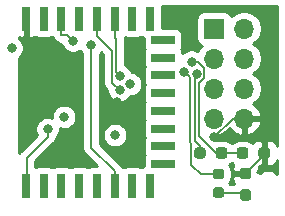
<source format=gtl>
G04 #@! TF.GenerationSoftware,KiCad,Pcbnew,(5.1.10)-1*
G04 #@! TF.CreationDate,2021-09-12T00:39:30-05:00*
G04 #@! TF.ProjectId,wireless_measurement_ard,77697265-6c65-4737-935f-6d6561737572,rev?*
G04 #@! TF.SameCoordinates,Original*
G04 #@! TF.FileFunction,Copper,L1,Top*
G04 #@! TF.FilePolarity,Positive*
%FSLAX46Y46*%
G04 Gerber Fmt 4.6, Leading zero omitted, Abs format (unit mm)*
G04 Created by KiCad (PCBNEW (5.1.10)-1) date 2021-09-12 00:39:30*
%MOMM*%
%LPD*%
G01*
G04 APERTURE LIST*
G04 #@! TA.AperFunction,ComponentPad*
%ADD10O,1.700000X1.700000*%
G04 #@! TD*
G04 #@! TA.AperFunction,ComponentPad*
%ADD11R,1.700000X1.700000*%
G04 #@! TD*
G04 #@! TA.AperFunction,SMDPad,CuDef*
%ADD12R,2.000000X0.800000*%
G04 #@! TD*
G04 #@! TA.AperFunction,SMDPad,CuDef*
%ADD13R,0.800000X2.000000*%
G04 #@! TD*
G04 #@! TA.AperFunction,ViaPad*
%ADD14C,0.800000*%
G04 #@! TD*
G04 #@! TA.AperFunction,Conductor*
%ADD15C,0.210000*%
G04 #@! TD*
G04 #@! TA.AperFunction,Conductor*
%ADD16C,0.254000*%
G04 #@! TD*
G04 #@! TA.AperFunction,Conductor*
%ADD17C,0.100000*%
G04 #@! TD*
G04 APERTURE END LIST*
D10*
X136779000Y-85217000D03*
X134239000Y-85217000D03*
X136779000Y-82677000D03*
X134239000Y-82677000D03*
X136779000Y-80137000D03*
X134239000Y-80137000D03*
X136779000Y-77597000D03*
D11*
X134239000Y-77597000D03*
G04 #@! TA.AperFunction,SMDPad,CuDef*
G36*
G01*
X137143500Y-90356500D02*
X136668500Y-90356500D01*
G75*
G02*
X136431000Y-90119000I0J237500D01*
G01*
X136431000Y-89619000D01*
G75*
G02*
X136668500Y-89381500I237500J0D01*
G01*
X137143500Y-89381500D01*
G75*
G02*
X137381000Y-89619000I0J-237500D01*
G01*
X137381000Y-90119000D01*
G75*
G02*
X137143500Y-90356500I-237500J0D01*
G01*
G37*
G04 #@! TD.AperFunction*
G04 #@! TA.AperFunction,SMDPad,CuDef*
G36*
G01*
X137143500Y-92181500D02*
X136668500Y-92181500D01*
G75*
G02*
X136431000Y-91944000I0J237500D01*
G01*
X136431000Y-91444000D01*
G75*
G02*
X136668500Y-91206500I237500J0D01*
G01*
X137143500Y-91206500D01*
G75*
G02*
X137381000Y-91444000I0J-237500D01*
G01*
X137381000Y-91944000D01*
G75*
G02*
X137143500Y-92181500I-237500J0D01*
G01*
G37*
G04 #@! TD.AperFunction*
D12*
X129923000Y-78570000D03*
X129923000Y-80070000D03*
X129923000Y-81570000D03*
X129923000Y-83070000D03*
X129923000Y-84570000D03*
X129923000Y-86070000D03*
X129923000Y-87570000D03*
D13*
X128823000Y-90890000D03*
X128823000Y-76750000D03*
X127323000Y-76750000D03*
X127323000Y-90890000D03*
X125823000Y-90890000D03*
X125823000Y-76750000D03*
X124323000Y-76750000D03*
X124323000Y-90890000D03*
X122823000Y-90890000D03*
X122823000Y-76750000D03*
X121323000Y-76750000D03*
X121323000Y-90890000D03*
X119823000Y-90890000D03*
X119823000Y-76750000D03*
X118323000Y-76750000D03*
D12*
X129923000Y-89070000D03*
D13*
X118323000Y-90890000D03*
G04 #@! TA.AperFunction,SMDPad,CuDef*
G36*
G01*
X137989500Y-88375500D02*
X137989500Y-87900500D01*
G75*
G02*
X138227000Y-87663000I237500J0D01*
G01*
X138727000Y-87663000D01*
G75*
G02*
X138964500Y-87900500I0J-237500D01*
G01*
X138964500Y-88375500D01*
G75*
G02*
X138727000Y-88613000I-237500J0D01*
G01*
X138227000Y-88613000D01*
G75*
G02*
X137989500Y-88375500I0J237500D01*
G01*
G37*
G04 #@! TD.AperFunction*
G04 #@! TA.AperFunction,SMDPad,CuDef*
G36*
G01*
X136164500Y-88375500D02*
X136164500Y-87900500D01*
G75*
G02*
X136402000Y-87663000I237500J0D01*
G01*
X136902000Y-87663000D01*
G75*
G02*
X137139500Y-87900500I0J-237500D01*
G01*
X137139500Y-88375500D01*
G75*
G02*
X136902000Y-88613000I-237500J0D01*
G01*
X136402000Y-88613000D01*
G75*
G02*
X136164500Y-88375500I0J237500D01*
G01*
G37*
G04 #@! TD.AperFunction*
G04 #@! TA.AperFunction,SMDPad,CuDef*
G36*
G01*
X134386500Y-88375500D02*
X134386500Y-87900500D01*
G75*
G02*
X134624000Y-87663000I237500J0D01*
G01*
X135124000Y-87663000D01*
G75*
G02*
X135361500Y-87900500I0J-237500D01*
G01*
X135361500Y-88375500D01*
G75*
G02*
X135124000Y-88613000I-237500J0D01*
G01*
X134624000Y-88613000D01*
G75*
G02*
X134386500Y-88375500I0J237500D01*
G01*
G37*
G04 #@! TD.AperFunction*
G04 #@! TA.AperFunction,SMDPad,CuDef*
G36*
G01*
X132561500Y-88375500D02*
X132561500Y-87900500D01*
G75*
G02*
X132799000Y-87663000I237500J0D01*
G01*
X133299000Y-87663000D01*
G75*
G02*
X133536500Y-87900500I0J-237500D01*
G01*
X133536500Y-88375500D01*
G75*
G02*
X133299000Y-88613000I-237500J0D01*
G01*
X132799000Y-88613000D01*
G75*
G02*
X132561500Y-88375500I0J237500D01*
G01*
G37*
G04 #@! TD.AperFunction*
G04 #@! TA.AperFunction,SMDPad,CuDef*
G36*
G01*
X134876250Y-91928500D02*
X134363750Y-91928500D01*
G75*
G02*
X134145000Y-91709750I0J218750D01*
G01*
X134145000Y-91272250D01*
G75*
G02*
X134363750Y-91053500I218750J0D01*
G01*
X134876250Y-91053500D01*
G75*
G02*
X135095000Y-91272250I0J-218750D01*
G01*
X135095000Y-91709750D01*
G75*
G02*
X134876250Y-91928500I-218750J0D01*
G01*
G37*
G04 #@! TD.AperFunction*
G04 #@! TA.AperFunction,SMDPad,CuDef*
G36*
G01*
X134876250Y-90353500D02*
X134363750Y-90353500D01*
G75*
G02*
X134145000Y-90134750I0J218750D01*
G01*
X134145000Y-89697250D01*
G75*
G02*
X134363750Y-89478500I218750J0D01*
G01*
X134876250Y-89478500D01*
G75*
G02*
X135095000Y-89697250I0J-218750D01*
G01*
X135095000Y-90134750D01*
G75*
G02*
X134876250Y-90353500I-218750J0D01*
G01*
G37*
G04 #@! TD.AperFunction*
D14*
X120396000Y-81661000D03*
X118237000Y-78613000D03*
X127635000Y-79584957D03*
X119253000Y-84963000D03*
X134226998Y-86801343D03*
X125984000Y-83820000D03*
X122555000Y-88519000D03*
X118364000Y-86487000D03*
X132334000Y-80391000D03*
X127127000Y-82296000D03*
X117094000Y-79248000D03*
X120142000Y-86106000D03*
X121555345Y-85073653D03*
X125857002Y-86614000D03*
X126307908Y-81640181D03*
X122301000Y-78613000D03*
X126238000Y-82804000D03*
X123825000Y-78994000D03*
X131705723Y-81239908D03*
X132785691Y-81479737D03*
D15*
X118323000Y-78527000D02*
X118237000Y-78613000D01*
X118323000Y-76750000D02*
X118323000Y-78527000D01*
X135811341Y-85217000D02*
X136779000Y-85217000D01*
X134226998Y-86801343D02*
X135811341Y-85217000D01*
X138477000Y-88298000D02*
X136906000Y-89869000D01*
X138477000Y-88138000D02*
X138477000Y-88298000D01*
X136652000Y-88138000D02*
X134874000Y-88138000D01*
X132899685Y-80391000D02*
X132334000Y-80391000D01*
X133420692Y-80912007D02*
X132899685Y-80391000D01*
X133420692Y-81784538D02*
X133420692Y-80912007D01*
X134874000Y-88138000D02*
X134386500Y-88138000D01*
X132969000Y-86720500D02*
X132969000Y-82236230D01*
X134386500Y-88138000D02*
X132969000Y-86720500D01*
X132969000Y-82236230D02*
X133420692Y-81784538D01*
X120142000Y-86741000D02*
X120142000Y-86106000D01*
X118364000Y-88519000D02*
X120142000Y-86741000D01*
X118364000Y-90721000D02*
X118364000Y-88519000D01*
X118533000Y-90890000D02*
X118364000Y-90721000D01*
X118323000Y-90890000D02*
X118533000Y-90890000D01*
X126456170Y-81491919D02*
X126307908Y-81640181D01*
X125823000Y-78369154D02*
X125943008Y-78489162D01*
X125823000Y-76750000D02*
X125823000Y-78369154D01*
X125943008Y-81275281D02*
X126307908Y-81640181D01*
X125943008Y-78489162D02*
X125943008Y-81275281D01*
X121323000Y-76750000D02*
X121323000Y-77889000D01*
X121323000Y-77889000D02*
X121323000Y-78143000D01*
X121831000Y-78143000D02*
X121323000Y-78143000D01*
X122301000Y-78613000D02*
X121831000Y-78143000D01*
X125602998Y-82168998D02*
X126238000Y-82804000D01*
X125602998Y-79501998D02*
X125602998Y-82168998D01*
X124323000Y-78222000D02*
X125602998Y-79501998D01*
X124323000Y-76750000D02*
X124323000Y-78222000D01*
X125823000Y-90890000D02*
X125823000Y-89680000D01*
X125823000Y-89680000D02*
X123825000Y-87682000D01*
X123825000Y-87682000D02*
X123825000Y-78994000D01*
X136703000Y-91491000D02*
X136906000Y-91694000D01*
X134620000Y-91491000D02*
X136703000Y-91491000D01*
X132207000Y-81741185D02*
X131705723Y-81239908D01*
X132326490Y-89146490D02*
X132326490Y-87341336D01*
X133096000Y-89916000D02*
X132326490Y-89146490D01*
X134620000Y-89916000D02*
X133096000Y-89916000D01*
X132207000Y-87221846D02*
X132207000Y-81741185D01*
X132326490Y-87341336D02*
X132207000Y-87221846D01*
X132588000Y-81677428D02*
X132785691Y-81479737D01*
X132588000Y-87122000D02*
X132588000Y-81677428D01*
X133049000Y-87583000D02*
X132588000Y-87122000D01*
X133049000Y-88138000D02*
X133049000Y-87583000D01*
D16*
X135782877Y-88994623D02*
X135876641Y-89071573D01*
X135841498Y-89137320D01*
X135805188Y-89257018D01*
X135792928Y-89381500D01*
X135796000Y-89583250D01*
X135954750Y-89742000D01*
X136779000Y-89742000D01*
X136779000Y-89722000D01*
X137033000Y-89722000D01*
X137033000Y-89742000D01*
X137053000Y-89742000D01*
X137053000Y-89996000D01*
X137033000Y-89996000D01*
X137033000Y-90016000D01*
X136779000Y-90016000D01*
X136779000Y-89996000D01*
X135954750Y-89996000D01*
X135796000Y-90154750D01*
X135792928Y-90356500D01*
X135805188Y-90480982D01*
X135841498Y-90600680D01*
X135900463Y-90710994D01*
X135933295Y-90751000D01*
X135551556Y-90751000D01*
X135512574Y-90703500D01*
X135588671Y-90610775D01*
X135667850Y-90462642D01*
X135716608Y-90301908D01*
X135733072Y-90134750D01*
X135733072Y-89697250D01*
X135716608Y-89530092D01*
X135667850Y-89369358D01*
X135588671Y-89221225D01*
X135528160Y-89147492D01*
X135610442Y-89103512D01*
X135743123Y-88994623D01*
X135763000Y-88970403D01*
X135782877Y-88994623D01*
G04 #@! TA.AperFunction,Conductor*
D17*
G36*
X135782877Y-88994623D02*
G01*
X135876641Y-89071573D01*
X135841498Y-89137320D01*
X135805188Y-89257018D01*
X135792928Y-89381500D01*
X135796000Y-89583250D01*
X135954750Y-89742000D01*
X136779000Y-89742000D01*
X136779000Y-89722000D01*
X137033000Y-89722000D01*
X137033000Y-89742000D01*
X137053000Y-89742000D01*
X137053000Y-89996000D01*
X137033000Y-89996000D01*
X137033000Y-90016000D01*
X136779000Y-90016000D01*
X136779000Y-89996000D01*
X135954750Y-89996000D01*
X135796000Y-90154750D01*
X135792928Y-90356500D01*
X135805188Y-90480982D01*
X135841498Y-90600680D01*
X135900463Y-90710994D01*
X135933295Y-90751000D01*
X135551556Y-90751000D01*
X135512574Y-90703500D01*
X135588671Y-90610775D01*
X135667850Y-90462642D01*
X135716608Y-90301908D01*
X135733072Y-90134750D01*
X135733072Y-89697250D01*
X135716608Y-89530092D01*
X135667850Y-89369358D01*
X135588671Y-89221225D01*
X135528160Y-89147492D01*
X135610442Y-89103512D01*
X135743123Y-88994623D01*
X135763000Y-88970403D01*
X135782877Y-88994623D01*
G37*
G04 #@! TD.AperFunction*
D16*
X139590001Y-87537492D02*
X139554002Y-87418820D01*
X139495037Y-87308506D01*
X139415685Y-87211815D01*
X139318994Y-87132463D01*
X139208680Y-87073498D01*
X139088982Y-87037188D01*
X138964500Y-87024928D01*
X138762750Y-87028000D01*
X138604000Y-87186750D01*
X138604000Y-88011000D01*
X138624000Y-88011000D01*
X138624000Y-88265000D01*
X138604000Y-88265000D01*
X138604000Y-89089250D01*
X138762750Y-89248000D01*
X138964500Y-89251072D01*
X139088982Y-89238812D01*
X139208680Y-89202502D01*
X139318994Y-89143537D01*
X139415685Y-89064185D01*
X139495037Y-88967494D01*
X139554002Y-88857180D01*
X139590001Y-88738508D01*
X139590001Y-89907579D01*
X139473647Y-89791225D01*
X139295940Y-89672485D01*
X139098483Y-89590696D01*
X138888863Y-89549000D01*
X138675137Y-89549000D01*
X138465517Y-89590696D01*
X138268060Y-89672485D01*
X138090353Y-89791225D01*
X138016000Y-89865578D01*
X138016000Y-89741998D01*
X137857252Y-89741998D01*
X138016000Y-89583250D01*
X138019072Y-89381500D01*
X138006812Y-89257018D01*
X138004937Y-89250837D01*
X138191250Y-89248000D01*
X138350000Y-89089250D01*
X138350000Y-88265000D01*
X138330000Y-88265000D01*
X138330000Y-88011000D01*
X138350000Y-88011000D01*
X138350000Y-87186750D01*
X138191250Y-87028000D01*
X137989500Y-87024928D01*
X137865018Y-87037188D01*
X137745320Y-87073498D01*
X137635006Y-87132463D01*
X137538315Y-87211815D01*
X137497283Y-87261812D01*
X137388442Y-87172488D01*
X137237067Y-87091577D01*
X137072816Y-87041752D01*
X136902000Y-87024928D01*
X136402000Y-87024928D01*
X136231184Y-87041752D01*
X136066933Y-87091577D01*
X135915558Y-87172488D01*
X135782877Y-87281377D01*
X135763000Y-87305597D01*
X135743123Y-87281377D01*
X135610442Y-87172488D01*
X135459067Y-87091577D01*
X135294816Y-87041752D01*
X135124000Y-87024928D01*
X134624000Y-87024928D01*
X134453184Y-87041752D01*
X134363864Y-87068847D01*
X133973249Y-86678232D01*
X134092740Y-86702000D01*
X134385260Y-86702000D01*
X134672158Y-86644932D01*
X134942411Y-86532990D01*
X135185632Y-86370475D01*
X135392475Y-86163632D01*
X135510100Y-85987594D01*
X135681412Y-86217269D01*
X135897645Y-86412178D01*
X136147748Y-86561157D01*
X136422109Y-86658481D01*
X136652000Y-86537814D01*
X136652000Y-85344000D01*
X136906000Y-85344000D01*
X136906000Y-86537814D01*
X137135891Y-86658481D01*
X137410252Y-86561157D01*
X137660355Y-86412178D01*
X137876588Y-86217269D01*
X138050641Y-85983920D01*
X138175825Y-85721099D01*
X138220476Y-85573890D01*
X138099155Y-85344000D01*
X136906000Y-85344000D01*
X136652000Y-85344000D01*
X136632000Y-85344000D01*
X136632000Y-85090000D01*
X136652000Y-85090000D01*
X136652000Y-85070000D01*
X136906000Y-85070000D01*
X136906000Y-85090000D01*
X138099155Y-85090000D01*
X138220476Y-84860110D01*
X138175825Y-84712901D01*
X138050641Y-84450080D01*
X137876588Y-84216731D01*
X137660355Y-84021822D01*
X137543466Y-83952195D01*
X137725632Y-83830475D01*
X137932475Y-83623632D01*
X138094990Y-83380411D01*
X138206932Y-83110158D01*
X138264000Y-82823260D01*
X138264000Y-82530740D01*
X138206932Y-82243842D01*
X138094990Y-81973589D01*
X137932475Y-81730368D01*
X137725632Y-81523525D01*
X137551240Y-81407000D01*
X137725632Y-81290475D01*
X137932475Y-81083632D01*
X138094990Y-80840411D01*
X138206932Y-80570158D01*
X138264000Y-80283260D01*
X138264000Y-79990740D01*
X138206932Y-79703842D01*
X138094990Y-79433589D01*
X137932475Y-79190368D01*
X137725632Y-78983525D01*
X137551240Y-78867000D01*
X137725632Y-78750475D01*
X137932475Y-78543632D01*
X138094990Y-78300411D01*
X138206932Y-78030158D01*
X138264000Y-77743260D01*
X138264000Y-77450740D01*
X138206932Y-77163842D01*
X138094990Y-76893589D01*
X137932475Y-76650368D01*
X137725632Y-76443525D01*
X137482411Y-76281010D01*
X137212158Y-76169068D01*
X136925260Y-76112000D01*
X136632740Y-76112000D01*
X136345842Y-76169068D01*
X136075589Y-76281010D01*
X135832368Y-76443525D01*
X135700513Y-76575380D01*
X135678502Y-76502820D01*
X135619537Y-76392506D01*
X135540185Y-76295815D01*
X135443494Y-76216463D01*
X135333180Y-76157498D01*
X135213482Y-76121188D01*
X135089000Y-76108928D01*
X133389000Y-76108928D01*
X133264518Y-76121188D01*
X133144820Y-76157498D01*
X133034506Y-76216463D01*
X132937815Y-76295815D01*
X132858463Y-76392506D01*
X132799498Y-76502820D01*
X132763188Y-76622518D01*
X132750928Y-76747000D01*
X132750928Y-78447000D01*
X132763188Y-78571482D01*
X132799498Y-78691180D01*
X132858463Y-78801494D01*
X132937815Y-78898185D01*
X133034506Y-78977537D01*
X133144820Y-79036502D01*
X133217380Y-79058513D01*
X133085525Y-79190368D01*
X132923010Y-79433589D01*
X132888559Y-79516761D01*
X132824256Y-79473795D01*
X132635898Y-79395774D01*
X132435939Y-79356000D01*
X132232061Y-79356000D01*
X132032102Y-79395774D01*
X131843744Y-79473795D01*
X131674226Y-79587063D01*
X131561072Y-79700217D01*
X131561072Y-79670000D01*
X131548812Y-79545518D01*
X131512502Y-79425820D01*
X131455939Y-79320000D01*
X131512502Y-79214180D01*
X131548812Y-79094482D01*
X131561072Y-78970000D01*
X131561072Y-78170000D01*
X131548812Y-78045518D01*
X131512502Y-77925820D01*
X131453537Y-77815506D01*
X131374185Y-77718815D01*
X131277494Y-77639463D01*
X131167180Y-77580498D01*
X131047482Y-77544188D01*
X130923000Y-77531928D01*
X129861072Y-77531928D01*
X129861072Y-75750000D01*
X129857132Y-75710000D01*
X139590000Y-75710000D01*
X139590001Y-87537492D01*
G04 #@! TA.AperFunction,Conductor*
D17*
G36*
X139590001Y-87537492D02*
G01*
X139554002Y-87418820D01*
X139495037Y-87308506D01*
X139415685Y-87211815D01*
X139318994Y-87132463D01*
X139208680Y-87073498D01*
X139088982Y-87037188D01*
X138964500Y-87024928D01*
X138762750Y-87028000D01*
X138604000Y-87186750D01*
X138604000Y-88011000D01*
X138624000Y-88011000D01*
X138624000Y-88265000D01*
X138604000Y-88265000D01*
X138604000Y-89089250D01*
X138762750Y-89248000D01*
X138964500Y-89251072D01*
X139088982Y-89238812D01*
X139208680Y-89202502D01*
X139318994Y-89143537D01*
X139415685Y-89064185D01*
X139495037Y-88967494D01*
X139554002Y-88857180D01*
X139590001Y-88738508D01*
X139590001Y-89907579D01*
X139473647Y-89791225D01*
X139295940Y-89672485D01*
X139098483Y-89590696D01*
X138888863Y-89549000D01*
X138675137Y-89549000D01*
X138465517Y-89590696D01*
X138268060Y-89672485D01*
X138090353Y-89791225D01*
X138016000Y-89865578D01*
X138016000Y-89741998D01*
X137857252Y-89741998D01*
X138016000Y-89583250D01*
X138019072Y-89381500D01*
X138006812Y-89257018D01*
X138004937Y-89250837D01*
X138191250Y-89248000D01*
X138350000Y-89089250D01*
X138350000Y-88265000D01*
X138330000Y-88265000D01*
X138330000Y-88011000D01*
X138350000Y-88011000D01*
X138350000Y-87186750D01*
X138191250Y-87028000D01*
X137989500Y-87024928D01*
X137865018Y-87037188D01*
X137745320Y-87073498D01*
X137635006Y-87132463D01*
X137538315Y-87211815D01*
X137497283Y-87261812D01*
X137388442Y-87172488D01*
X137237067Y-87091577D01*
X137072816Y-87041752D01*
X136902000Y-87024928D01*
X136402000Y-87024928D01*
X136231184Y-87041752D01*
X136066933Y-87091577D01*
X135915558Y-87172488D01*
X135782877Y-87281377D01*
X135763000Y-87305597D01*
X135743123Y-87281377D01*
X135610442Y-87172488D01*
X135459067Y-87091577D01*
X135294816Y-87041752D01*
X135124000Y-87024928D01*
X134624000Y-87024928D01*
X134453184Y-87041752D01*
X134363864Y-87068847D01*
X133973249Y-86678232D01*
X134092740Y-86702000D01*
X134385260Y-86702000D01*
X134672158Y-86644932D01*
X134942411Y-86532990D01*
X135185632Y-86370475D01*
X135392475Y-86163632D01*
X135510100Y-85987594D01*
X135681412Y-86217269D01*
X135897645Y-86412178D01*
X136147748Y-86561157D01*
X136422109Y-86658481D01*
X136652000Y-86537814D01*
X136652000Y-85344000D01*
X136906000Y-85344000D01*
X136906000Y-86537814D01*
X137135891Y-86658481D01*
X137410252Y-86561157D01*
X137660355Y-86412178D01*
X137876588Y-86217269D01*
X138050641Y-85983920D01*
X138175825Y-85721099D01*
X138220476Y-85573890D01*
X138099155Y-85344000D01*
X136906000Y-85344000D01*
X136652000Y-85344000D01*
X136632000Y-85344000D01*
X136632000Y-85090000D01*
X136652000Y-85090000D01*
X136652000Y-85070000D01*
X136906000Y-85070000D01*
X136906000Y-85090000D01*
X138099155Y-85090000D01*
X138220476Y-84860110D01*
X138175825Y-84712901D01*
X138050641Y-84450080D01*
X137876588Y-84216731D01*
X137660355Y-84021822D01*
X137543466Y-83952195D01*
X137725632Y-83830475D01*
X137932475Y-83623632D01*
X138094990Y-83380411D01*
X138206932Y-83110158D01*
X138264000Y-82823260D01*
X138264000Y-82530740D01*
X138206932Y-82243842D01*
X138094990Y-81973589D01*
X137932475Y-81730368D01*
X137725632Y-81523525D01*
X137551240Y-81407000D01*
X137725632Y-81290475D01*
X137932475Y-81083632D01*
X138094990Y-80840411D01*
X138206932Y-80570158D01*
X138264000Y-80283260D01*
X138264000Y-79990740D01*
X138206932Y-79703842D01*
X138094990Y-79433589D01*
X137932475Y-79190368D01*
X137725632Y-78983525D01*
X137551240Y-78867000D01*
X137725632Y-78750475D01*
X137932475Y-78543632D01*
X138094990Y-78300411D01*
X138206932Y-78030158D01*
X138264000Y-77743260D01*
X138264000Y-77450740D01*
X138206932Y-77163842D01*
X138094990Y-76893589D01*
X137932475Y-76650368D01*
X137725632Y-76443525D01*
X137482411Y-76281010D01*
X137212158Y-76169068D01*
X136925260Y-76112000D01*
X136632740Y-76112000D01*
X136345842Y-76169068D01*
X136075589Y-76281010D01*
X135832368Y-76443525D01*
X135700513Y-76575380D01*
X135678502Y-76502820D01*
X135619537Y-76392506D01*
X135540185Y-76295815D01*
X135443494Y-76216463D01*
X135333180Y-76157498D01*
X135213482Y-76121188D01*
X135089000Y-76108928D01*
X133389000Y-76108928D01*
X133264518Y-76121188D01*
X133144820Y-76157498D01*
X133034506Y-76216463D01*
X132937815Y-76295815D01*
X132858463Y-76392506D01*
X132799498Y-76502820D01*
X132763188Y-76622518D01*
X132750928Y-76747000D01*
X132750928Y-78447000D01*
X132763188Y-78571482D01*
X132799498Y-78691180D01*
X132858463Y-78801494D01*
X132937815Y-78898185D01*
X133034506Y-78977537D01*
X133144820Y-79036502D01*
X133217380Y-79058513D01*
X133085525Y-79190368D01*
X132923010Y-79433589D01*
X132888559Y-79516761D01*
X132824256Y-79473795D01*
X132635898Y-79395774D01*
X132435939Y-79356000D01*
X132232061Y-79356000D01*
X132032102Y-79395774D01*
X131843744Y-79473795D01*
X131674226Y-79587063D01*
X131561072Y-79700217D01*
X131561072Y-79670000D01*
X131548812Y-79545518D01*
X131512502Y-79425820D01*
X131455939Y-79320000D01*
X131512502Y-79214180D01*
X131548812Y-79094482D01*
X131561072Y-78970000D01*
X131561072Y-78170000D01*
X131548812Y-78045518D01*
X131512502Y-77925820D01*
X131453537Y-77815506D01*
X131374185Y-77718815D01*
X131277494Y-77639463D01*
X131167180Y-77580498D01*
X131047482Y-77544188D01*
X130923000Y-77531928D01*
X129861072Y-77531928D01*
X129861072Y-75750000D01*
X129857132Y-75710000D01*
X139590000Y-75710000D01*
X139590001Y-87537492D01*
G37*
G04 #@! TD.AperFunction*
D16*
X118450000Y-76623000D02*
X118470000Y-76623000D01*
X118470000Y-76877000D01*
X118450000Y-76877000D01*
X118450000Y-78226250D01*
X118608750Y-78385000D01*
X118723000Y-78388072D01*
X118847482Y-78375812D01*
X118967180Y-78339502D01*
X119073000Y-78282939D01*
X119178820Y-78339502D01*
X119298518Y-78375812D01*
X119423000Y-78388072D01*
X120223000Y-78388072D01*
X120347482Y-78375812D01*
X120467180Y-78339502D01*
X120573000Y-78282939D01*
X120595860Y-78295158D01*
X120636022Y-78427556D01*
X120704736Y-78556111D01*
X120797210Y-78668790D01*
X120909889Y-78761264D01*
X121038444Y-78829978D01*
X121177935Y-78872292D01*
X121286653Y-78883000D01*
X121299684Y-78884284D01*
X121305774Y-78914898D01*
X121383795Y-79103256D01*
X121497063Y-79272774D01*
X121641226Y-79416937D01*
X121810744Y-79530205D01*
X121999102Y-79608226D01*
X122199061Y-79648000D01*
X122402939Y-79648000D01*
X122602898Y-79608226D01*
X122791256Y-79530205D01*
X122897439Y-79459256D01*
X122907795Y-79484256D01*
X123021063Y-79653774D01*
X123085001Y-79717712D01*
X123085000Y-87645660D01*
X123081421Y-87682000D01*
X123085000Y-87718340D01*
X123085000Y-87718346D01*
X123092029Y-87789708D01*
X123095708Y-87827065D01*
X123133345Y-87951138D01*
X123138022Y-87966555D01*
X123206736Y-88095110D01*
X123299210Y-88207790D01*
X123327445Y-88230962D01*
X124348410Y-89251928D01*
X123923000Y-89251928D01*
X123798518Y-89264188D01*
X123678820Y-89300498D01*
X123573000Y-89357061D01*
X123467180Y-89300498D01*
X123347482Y-89264188D01*
X123223000Y-89251928D01*
X122423000Y-89251928D01*
X122298518Y-89264188D01*
X122178820Y-89300498D01*
X122073000Y-89357061D01*
X121967180Y-89300498D01*
X121847482Y-89264188D01*
X121723000Y-89251928D01*
X120923000Y-89251928D01*
X120798518Y-89264188D01*
X120678820Y-89300498D01*
X120573000Y-89357061D01*
X120467180Y-89300498D01*
X120347482Y-89264188D01*
X120223000Y-89251928D01*
X119423000Y-89251928D01*
X119298518Y-89264188D01*
X119178820Y-89300498D01*
X119104000Y-89340491D01*
X119104000Y-88825517D01*
X120639561Y-87289957D01*
X120667790Y-87266790D01*
X120707785Y-87218057D01*
X120725664Y-87196271D01*
X120760264Y-87154111D01*
X120828978Y-87025556D01*
X120871292Y-86886065D01*
X120876279Y-86835432D01*
X120945937Y-86765774D01*
X121059205Y-86596256D01*
X121137226Y-86407898D01*
X121177000Y-86207939D01*
X121177000Y-86037213D01*
X121253447Y-86068879D01*
X121453406Y-86108653D01*
X121657284Y-86108653D01*
X121857243Y-86068879D01*
X122045601Y-85990858D01*
X122215119Y-85877590D01*
X122359282Y-85733427D01*
X122472550Y-85563909D01*
X122550571Y-85375551D01*
X122590345Y-85175592D01*
X122590345Y-84971714D01*
X122550571Y-84771755D01*
X122472550Y-84583397D01*
X122359282Y-84413879D01*
X122215119Y-84269716D01*
X122045601Y-84156448D01*
X121857243Y-84078427D01*
X121657284Y-84038653D01*
X121453406Y-84038653D01*
X121253447Y-84078427D01*
X121065089Y-84156448D01*
X120895571Y-84269716D01*
X120751408Y-84413879D01*
X120638140Y-84583397D01*
X120560119Y-84771755D01*
X120520345Y-84971714D01*
X120520345Y-85142440D01*
X120443898Y-85110774D01*
X120243939Y-85071000D01*
X120040061Y-85071000D01*
X119840102Y-85110774D01*
X119651744Y-85188795D01*
X119482226Y-85302063D01*
X119338063Y-85446226D01*
X119224795Y-85615744D01*
X119146774Y-85804102D01*
X119107000Y-86004061D01*
X119107000Y-86207939D01*
X119146774Y-86407898D01*
X119224795Y-86596256D01*
X119230976Y-86605506D01*
X117866441Y-87970042D01*
X117838211Y-87993210D01*
X117815043Y-88021440D01*
X117815040Y-88021443D01*
X117796374Y-88044188D01*
X117745737Y-88105889D01*
X117729000Y-88137202D01*
X117729000Y-80068490D01*
X117753774Y-80051937D01*
X117897937Y-79907774D01*
X118011205Y-79738256D01*
X118089226Y-79549898D01*
X118129000Y-79349939D01*
X118129000Y-79146061D01*
X118089226Y-78946102D01*
X118011205Y-78757744D01*
X117897937Y-78588226D01*
X117753774Y-78444063D01*
X117729000Y-78427510D01*
X117729000Y-78354724D01*
X117798518Y-78375812D01*
X117923000Y-78388072D01*
X118037250Y-78385000D01*
X118196000Y-78226250D01*
X118196000Y-76877000D01*
X118176000Y-76877000D01*
X118176000Y-76623000D01*
X118196000Y-76623000D01*
X118196000Y-76603000D01*
X118450000Y-76603000D01*
X118450000Y-76623000D01*
G04 #@! TA.AperFunction,Conductor*
D17*
G36*
X118450000Y-76623000D02*
G01*
X118470000Y-76623000D01*
X118470000Y-76877000D01*
X118450000Y-76877000D01*
X118450000Y-78226250D01*
X118608750Y-78385000D01*
X118723000Y-78388072D01*
X118847482Y-78375812D01*
X118967180Y-78339502D01*
X119073000Y-78282939D01*
X119178820Y-78339502D01*
X119298518Y-78375812D01*
X119423000Y-78388072D01*
X120223000Y-78388072D01*
X120347482Y-78375812D01*
X120467180Y-78339502D01*
X120573000Y-78282939D01*
X120595860Y-78295158D01*
X120636022Y-78427556D01*
X120704736Y-78556111D01*
X120797210Y-78668790D01*
X120909889Y-78761264D01*
X121038444Y-78829978D01*
X121177935Y-78872292D01*
X121286653Y-78883000D01*
X121299684Y-78884284D01*
X121305774Y-78914898D01*
X121383795Y-79103256D01*
X121497063Y-79272774D01*
X121641226Y-79416937D01*
X121810744Y-79530205D01*
X121999102Y-79608226D01*
X122199061Y-79648000D01*
X122402939Y-79648000D01*
X122602898Y-79608226D01*
X122791256Y-79530205D01*
X122897439Y-79459256D01*
X122907795Y-79484256D01*
X123021063Y-79653774D01*
X123085001Y-79717712D01*
X123085000Y-87645660D01*
X123081421Y-87682000D01*
X123085000Y-87718340D01*
X123085000Y-87718346D01*
X123092029Y-87789708D01*
X123095708Y-87827065D01*
X123133345Y-87951138D01*
X123138022Y-87966555D01*
X123206736Y-88095110D01*
X123299210Y-88207790D01*
X123327445Y-88230962D01*
X124348410Y-89251928D01*
X123923000Y-89251928D01*
X123798518Y-89264188D01*
X123678820Y-89300498D01*
X123573000Y-89357061D01*
X123467180Y-89300498D01*
X123347482Y-89264188D01*
X123223000Y-89251928D01*
X122423000Y-89251928D01*
X122298518Y-89264188D01*
X122178820Y-89300498D01*
X122073000Y-89357061D01*
X121967180Y-89300498D01*
X121847482Y-89264188D01*
X121723000Y-89251928D01*
X120923000Y-89251928D01*
X120798518Y-89264188D01*
X120678820Y-89300498D01*
X120573000Y-89357061D01*
X120467180Y-89300498D01*
X120347482Y-89264188D01*
X120223000Y-89251928D01*
X119423000Y-89251928D01*
X119298518Y-89264188D01*
X119178820Y-89300498D01*
X119104000Y-89340491D01*
X119104000Y-88825517D01*
X120639561Y-87289957D01*
X120667790Y-87266790D01*
X120707785Y-87218057D01*
X120725664Y-87196271D01*
X120760264Y-87154111D01*
X120828978Y-87025556D01*
X120871292Y-86886065D01*
X120876279Y-86835432D01*
X120945937Y-86765774D01*
X121059205Y-86596256D01*
X121137226Y-86407898D01*
X121177000Y-86207939D01*
X121177000Y-86037213D01*
X121253447Y-86068879D01*
X121453406Y-86108653D01*
X121657284Y-86108653D01*
X121857243Y-86068879D01*
X122045601Y-85990858D01*
X122215119Y-85877590D01*
X122359282Y-85733427D01*
X122472550Y-85563909D01*
X122550571Y-85375551D01*
X122590345Y-85175592D01*
X122590345Y-84971714D01*
X122550571Y-84771755D01*
X122472550Y-84583397D01*
X122359282Y-84413879D01*
X122215119Y-84269716D01*
X122045601Y-84156448D01*
X121857243Y-84078427D01*
X121657284Y-84038653D01*
X121453406Y-84038653D01*
X121253447Y-84078427D01*
X121065089Y-84156448D01*
X120895571Y-84269716D01*
X120751408Y-84413879D01*
X120638140Y-84583397D01*
X120560119Y-84771755D01*
X120520345Y-84971714D01*
X120520345Y-85142440D01*
X120443898Y-85110774D01*
X120243939Y-85071000D01*
X120040061Y-85071000D01*
X119840102Y-85110774D01*
X119651744Y-85188795D01*
X119482226Y-85302063D01*
X119338063Y-85446226D01*
X119224795Y-85615744D01*
X119146774Y-85804102D01*
X119107000Y-86004061D01*
X119107000Y-86207939D01*
X119146774Y-86407898D01*
X119224795Y-86596256D01*
X119230976Y-86605506D01*
X117866441Y-87970042D01*
X117838211Y-87993210D01*
X117815043Y-88021440D01*
X117815040Y-88021443D01*
X117796374Y-88044188D01*
X117745737Y-88105889D01*
X117729000Y-88137202D01*
X117729000Y-80068490D01*
X117753774Y-80051937D01*
X117897937Y-79907774D01*
X118011205Y-79738256D01*
X118089226Y-79549898D01*
X118129000Y-79349939D01*
X118129000Y-79146061D01*
X118089226Y-78946102D01*
X118011205Y-78757744D01*
X117897937Y-78588226D01*
X117753774Y-78444063D01*
X117729000Y-78427510D01*
X117729000Y-78354724D01*
X117798518Y-78375812D01*
X117923000Y-78388072D01*
X118037250Y-78385000D01*
X118196000Y-78226250D01*
X118196000Y-76877000D01*
X118176000Y-76877000D01*
X118176000Y-76623000D01*
X118196000Y-76623000D01*
X118196000Y-76603000D01*
X118450000Y-76603000D01*
X118450000Y-76623000D01*
G37*
G04 #@! TD.AperFunction*
D16*
X128178820Y-78339502D02*
X128284928Y-78371690D01*
X128284928Y-78970000D01*
X128297188Y-79094482D01*
X128333498Y-79214180D01*
X128390061Y-79320000D01*
X128333498Y-79425820D01*
X128297188Y-79545518D01*
X128284928Y-79670000D01*
X128284928Y-80470000D01*
X128297188Y-80594482D01*
X128333498Y-80714180D01*
X128390061Y-80820000D01*
X128333498Y-80925820D01*
X128297188Y-81045518D01*
X128284928Y-81170000D01*
X128284928Y-81970000D01*
X128297188Y-82094482D01*
X128333498Y-82214180D01*
X128390061Y-82320000D01*
X128333498Y-82425820D01*
X128297188Y-82545518D01*
X128284928Y-82670000D01*
X128284928Y-83470000D01*
X128297188Y-83594482D01*
X128333498Y-83714180D01*
X128390061Y-83820000D01*
X128333498Y-83925820D01*
X128297188Y-84045518D01*
X128284928Y-84170000D01*
X128284928Y-84970000D01*
X128297188Y-85094482D01*
X128333498Y-85214180D01*
X128390061Y-85320000D01*
X128333498Y-85425820D01*
X128297188Y-85545518D01*
X128284928Y-85670000D01*
X128284928Y-86470000D01*
X128297188Y-86594482D01*
X128333498Y-86714180D01*
X128390061Y-86820000D01*
X128333498Y-86925820D01*
X128297188Y-87045518D01*
X128284928Y-87170000D01*
X128284928Y-87970000D01*
X128297188Y-88094482D01*
X128333498Y-88214180D01*
X128390061Y-88320000D01*
X128333498Y-88425820D01*
X128297188Y-88545518D01*
X128284928Y-88670000D01*
X128284928Y-89268310D01*
X128178820Y-89300498D01*
X128073000Y-89357061D01*
X127967180Y-89300498D01*
X127847482Y-89264188D01*
X127723000Y-89251928D01*
X126923000Y-89251928D01*
X126798518Y-89264188D01*
X126678820Y-89300498D01*
X126573000Y-89357061D01*
X126467180Y-89300498D01*
X126457690Y-89297619D01*
X126441264Y-89266889D01*
X126375461Y-89186708D01*
X126371960Y-89182442D01*
X126371958Y-89182440D01*
X126348790Y-89154210D01*
X126320560Y-89131042D01*
X124565000Y-87375483D01*
X124565000Y-86512061D01*
X124822002Y-86512061D01*
X124822002Y-86715939D01*
X124861776Y-86915898D01*
X124939797Y-87104256D01*
X125053065Y-87273774D01*
X125197228Y-87417937D01*
X125366746Y-87531205D01*
X125555104Y-87609226D01*
X125755063Y-87649000D01*
X125958941Y-87649000D01*
X126158900Y-87609226D01*
X126347258Y-87531205D01*
X126516776Y-87417937D01*
X126660939Y-87273774D01*
X126774207Y-87104256D01*
X126852228Y-86915898D01*
X126892002Y-86715939D01*
X126892002Y-86512061D01*
X126852228Y-86312102D01*
X126774207Y-86123744D01*
X126660939Y-85954226D01*
X126516776Y-85810063D01*
X126347258Y-85696795D01*
X126158900Y-85618774D01*
X125958941Y-85579000D01*
X125755063Y-85579000D01*
X125555104Y-85618774D01*
X125366746Y-85696795D01*
X125197228Y-85810063D01*
X125053065Y-85954226D01*
X124939797Y-86123744D01*
X124861776Y-86312102D01*
X124822002Y-86512061D01*
X124565000Y-86512061D01*
X124565000Y-79717711D01*
X124628937Y-79653774D01*
X124660708Y-79606225D01*
X124862998Y-79808516D01*
X124862999Y-82132648D01*
X124859419Y-82168998D01*
X124873706Y-82314063D01*
X124916020Y-82453553D01*
X124925622Y-82471516D01*
X124984735Y-82582109D01*
X125025006Y-82631179D01*
X125054038Y-82666555D01*
X125054041Y-82666558D01*
X125077209Y-82694788D01*
X125105438Y-82717955D01*
X125203000Y-82815517D01*
X125203000Y-82905939D01*
X125242774Y-83105898D01*
X125320795Y-83294256D01*
X125434063Y-83463774D01*
X125578226Y-83607937D01*
X125747744Y-83721205D01*
X125936102Y-83799226D01*
X126136061Y-83839000D01*
X126339939Y-83839000D01*
X126539898Y-83799226D01*
X126728256Y-83721205D01*
X126897774Y-83607937D01*
X127041937Y-83463774D01*
X127130654Y-83331000D01*
X127228939Y-83331000D01*
X127428898Y-83291226D01*
X127617256Y-83213205D01*
X127786774Y-83099937D01*
X127930937Y-82955774D01*
X128044205Y-82786256D01*
X128122226Y-82597898D01*
X128162000Y-82397939D01*
X128162000Y-82194061D01*
X128122226Y-81994102D01*
X128044205Y-81805744D01*
X127930937Y-81636226D01*
X127786774Y-81492063D01*
X127617256Y-81378795D01*
X127428898Y-81300774D01*
X127274910Y-81270144D01*
X127225113Y-81149925D01*
X127111845Y-80980407D01*
X126967682Y-80836244D01*
X126798164Y-80722976D01*
X126683008Y-80675276D01*
X126683008Y-78525502D01*
X126686587Y-78489162D01*
X126683008Y-78452822D01*
X126683008Y-78452815D01*
X126672300Y-78344097D01*
X126669375Y-78334453D01*
X126678820Y-78339502D01*
X126798518Y-78375812D01*
X126923000Y-78388072D01*
X127723000Y-78388072D01*
X127847482Y-78375812D01*
X127967180Y-78339502D01*
X128073000Y-78282939D01*
X128178820Y-78339502D01*
G04 #@! TA.AperFunction,Conductor*
D17*
G36*
X128178820Y-78339502D02*
G01*
X128284928Y-78371690D01*
X128284928Y-78970000D01*
X128297188Y-79094482D01*
X128333498Y-79214180D01*
X128390061Y-79320000D01*
X128333498Y-79425820D01*
X128297188Y-79545518D01*
X128284928Y-79670000D01*
X128284928Y-80470000D01*
X128297188Y-80594482D01*
X128333498Y-80714180D01*
X128390061Y-80820000D01*
X128333498Y-80925820D01*
X128297188Y-81045518D01*
X128284928Y-81170000D01*
X128284928Y-81970000D01*
X128297188Y-82094482D01*
X128333498Y-82214180D01*
X128390061Y-82320000D01*
X128333498Y-82425820D01*
X128297188Y-82545518D01*
X128284928Y-82670000D01*
X128284928Y-83470000D01*
X128297188Y-83594482D01*
X128333498Y-83714180D01*
X128390061Y-83820000D01*
X128333498Y-83925820D01*
X128297188Y-84045518D01*
X128284928Y-84170000D01*
X128284928Y-84970000D01*
X128297188Y-85094482D01*
X128333498Y-85214180D01*
X128390061Y-85320000D01*
X128333498Y-85425820D01*
X128297188Y-85545518D01*
X128284928Y-85670000D01*
X128284928Y-86470000D01*
X128297188Y-86594482D01*
X128333498Y-86714180D01*
X128390061Y-86820000D01*
X128333498Y-86925820D01*
X128297188Y-87045518D01*
X128284928Y-87170000D01*
X128284928Y-87970000D01*
X128297188Y-88094482D01*
X128333498Y-88214180D01*
X128390061Y-88320000D01*
X128333498Y-88425820D01*
X128297188Y-88545518D01*
X128284928Y-88670000D01*
X128284928Y-89268310D01*
X128178820Y-89300498D01*
X128073000Y-89357061D01*
X127967180Y-89300498D01*
X127847482Y-89264188D01*
X127723000Y-89251928D01*
X126923000Y-89251928D01*
X126798518Y-89264188D01*
X126678820Y-89300498D01*
X126573000Y-89357061D01*
X126467180Y-89300498D01*
X126457690Y-89297619D01*
X126441264Y-89266889D01*
X126375461Y-89186708D01*
X126371960Y-89182442D01*
X126371958Y-89182440D01*
X126348790Y-89154210D01*
X126320560Y-89131042D01*
X124565000Y-87375483D01*
X124565000Y-86512061D01*
X124822002Y-86512061D01*
X124822002Y-86715939D01*
X124861776Y-86915898D01*
X124939797Y-87104256D01*
X125053065Y-87273774D01*
X125197228Y-87417937D01*
X125366746Y-87531205D01*
X125555104Y-87609226D01*
X125755063Y-87649000D01*
X125958941Y-87649000D01*
X126158900Y-87609226D01*
X126347258Y-87531205D01*
X126516776Y-87417937D01*
X126660939Y-87273774D01*
X126774207Y-87104256D01*
X126852228Y-86915898D01*
X126892002Y-86715939D01*
X126892002Y-86512061D01*
X126852228Y-86312102D01*
X126774207Y-86123744D01*
X126660939Y-85954226D01*
X126516776Y-85810063D01*
X126347258Y-85696795D01*
X126158900Y-85618774D01*
X125958941Y-85579000D01*
X125755063Y-85579000D01*
X125555104Y-85618774D01*
X125366746Y-85696795D01*
X125197228Y-85810063D01*
X125053065Y-85954226D01*
X124939797Y-86123744D01*
X124861776Y-86312102D01*
X124822002Y-86512061D01*
X124565000Y-86512061D01*
X124565000Y-79717711D01*
X124628937Y-79653774D01*
X124660708Y-79606225D01*
X124862998Y-79808516D01*
X124862999Y-82132648D01*
X124859419Y-82168998D01*
X124873706Y-82314063D01*
X124916020Y-82453553D01*
X124925622Y-82471516D01*
X124984735Y-82582109D01*
X125025006Y-82631179D01*
X125054038Y-82666555D01*
X125054041Y-82666558D01*
X125077209Y-82694788D01*
X125105438Y-82717955D01*
X125203000Y-82815517D01*
X125203000Y-82905939D01*
X125242774Y-83105898D01*
X125320795Y-83294256D01*
X125434063Y-83463774D01*
X125578226Y-83607937D01*
X125747744Y-83721205D01*
X125936102Y-83799226D01*
X126136061Y-83839000D01*
X126339939Y-83839000D01*
X126539898Y-83799226D01*
X126728256Y-83721205D01*
X126897774Y-83607937D01*
X127041937Y-83463774D01*
X127130654Y-83331000D01*
X127228939Y-83331000D01*
X127428898Y-83291226D01*
X127617256Y-83213205D01*
X127786774Y-83099937D01*
X127930937Y-82955774D01*
X128044205Y-82786256D01*
X128122226Y-82597898D01*
X128162000Y-82397939D01*
X128162000Y-82194061D01*
X128122226Y-81994102D01*
X128044205Y-81805744D01*
X127930937Y-81636226D01*
X127786774Y-81492063D01*
X127617256Y-81378795D01*
X127428898Y-81300774D01*
X127274910Y-81270144D01*
X127225113Y-81149925D01*
X127111845Y-80980407D01*
X126967682Y-80836244D01*
X126798164Y-80722976D01*
X126683008Y-80675276D01*
X126683008Y-78525502D01*
X126686587Y-78489162D01*
X126683008Y-78452822D01*
X126683008Y-78452815D01*
X126672300Y-78344097D01*
X126669375Y-78334453D01*
X126678820Y-78339502D01*
X126798518Y-78375812D01*
X126923000Y-78388072D01*
X127723000Y-78388072D01*
X127847482Y-78375812D01*
X127967180Y-78339502D01*
X128073000Y-78282939D01*
X128178820Y-78339502D01*
G37*
G04 #@! TD.AperFunction*
M02*

</source>
